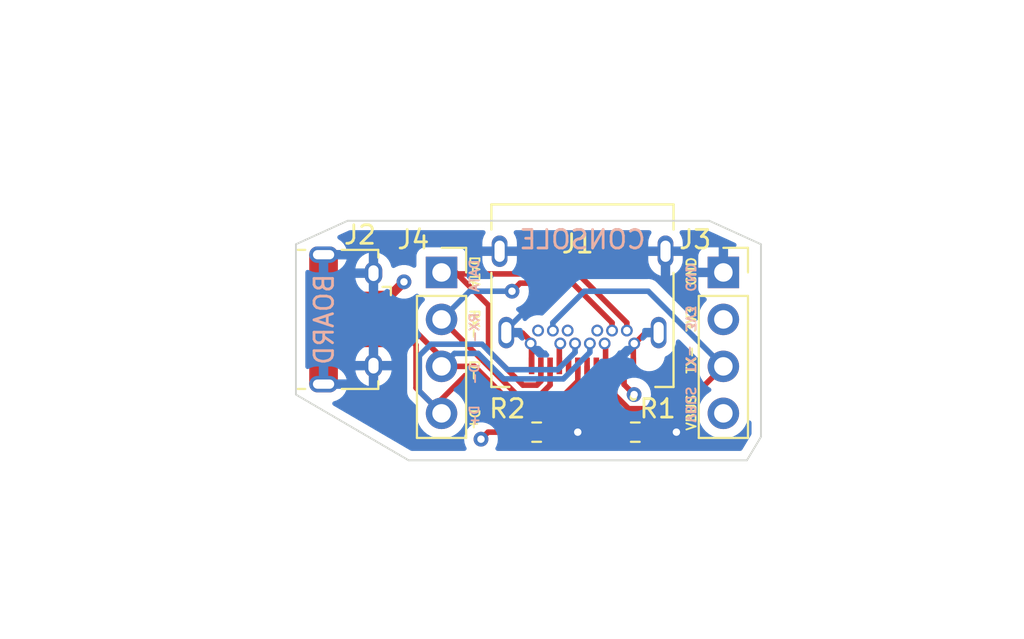
<source format=kicad_pcb>
(kicad_pcb (version 20211014) (generator pcbnew)
  (title_block (title "Dual-Port Model-U") (date "2022-07-25") (rev "1.1"))
  (layers (0 "F.Cu" signal) (1 "In1.Cu" signal) (2 "In2.Cu" signal) (31 "B.Cu" signal) (34 "B.Paste" user) (35 "F.Paste" user) (36 "B.SilkS" user "B.Silkscreen") (37 "F.SilkS" user "F.Silkscreen") (38 "B.Mask" user) (39 "F.Mask" user) (44 "Edge.Cuts" user))
  (net 0 "")
  (net 1 "TX-")
  (net 2 "GND")
  (net 3 "VBUS")
  (net 4 "+3V3")
  (net 5 "Net-(J1-PadA5)")
  (net 6 "D+")
  (net 7 "D-")
  (net 9 "RX-")
  (net 10 "DATA")
  (net 11 "Net-(J1-PadB5)")
  (footprint "Resistor_SMD:R_0603_1608Metric" (layer "F.Cu") (at 162.877 115.316)
    (fp_text reference "R1" (at 1.207 -1.27) (layer "F.SilkS"))
    (fp_text value "5.1k")
    (fp_line (start -0.237258 0.5225) (end 0.237258 0.5225) (layer "F.SilkS") (width 0.12))
    (fp_line (start -0.237258 -0.5225) (end 0.237258 -0.5225) (layer "F.SilkS") (width 0.12))
    (pad "1" smd roundrect locked (at -0.825 0) (size 0.8 0.95) (layers "F.Cu" "F.Paste" "F.Mask") (net 5 "Net-(J1-PadA5)"))
    (pad "2" smd roundrect locked (at 0.825 0) (size 0.8 0.95) (layers "F.Cu" "F.Paste" "F.Mask") (net 2 "GND"))
  )
  (footprint "Connector_USB_C_3_2:HRO_TYPE-C-31-M-04" (layer "F.Cu") (at 160.020245 107.937847 180)
    (fp_text reference "J1" (at 0.254 2.809) (layer "F.SilkS"))
    (fp_text value "TYPE_C_31_M_04")
    (fp_line (start -4.925 4.935) (end -4.925 3.575) (layer "F.SilkS") (width 0.127))
    (fp_line (start -4.925 4.935) (end 4.925 4.935) (layer "F.SilkS") (width 0.127))
    (fp_line (start 4.925 1.235) (end 4.925 -4.935) (layer "F.SilkS") (width 0.127))
    (fp_line (start 4.925 -4.935) (end 3.95 -4.935) (layer "F.SilkS") (width 0.127))
    (fp_line (start -3.94 -4.935) (end -4.925 -4.935) (layer "F.SilkS") (width 0.127))
    (fp_line (start -4.925 1.235) (end -4.925 -4.935) (layer "F.SilkS") (width 0.127))
    (fp_line (start 4.925 4.935) (end 4.925 3.575) (layer "F.SilkS") (width 0.127))
    (fp_circle (center -2.75 -5.495) (end -2.65 -5.495) (layer "F.SilkS") (width 0.2) (fill none))
    (pad "" np_thru_hole circle (at -3.6 -3.235 180) (size 0.675 0.675) (drill 0.675) (layers *.Cu *.Mask))
    (pad "" np_thru_hole circle (at 3.75 -3.235 180) (size 0.675 0.675) (drill 0.675) (layers *.Cu *.Mask))
    (pad "A1" smd rect (at -2.75 -3.795 180) (size 0.3 0.9) (layers "F.Cu" "F.Paste" "F.Mask") (net 2 "GND"))
    (pad "A2" smd rect (at -2.25 -3.795 180) (size 0.3 0.9) (layers "F.Cu" "F.Paste" "F.Mask") (net 4 "+3V3"))
    (pad "A3" smd rect (at -1.75 -3.795 180) (size 0.3 0.9) (layers "F.Cu" "F.Paste" "F.Mask") (net 1 "TX-"))
    (pad "A4" smd rect (at -1.25 -3.795 180) (size 0.3 0.9) (layers "F.Cu" "F.Paste" "F.Mask") (net 3 "VBUS"))
    (pad "A5" smd rect (at -0.75 -3.795 180) (size 0.3 0.9) (layers "F.Cu" "F.Paste" "F.Mask") (net 5 "Net-(J1-PadA5)"))
    (pad "A6" smd rect (at -0.25 -3.795 180) (size 0.3 0.9) (layers "F.Cu" "F.Paste" "F.Mask") (net 6 "D+"))
    (pad "A7" smd rect (at 0.25 -3.795 180) (size 0.3 0.9) (layers "F.Cu" "F.Paste" "F.Mask") (net 7 "D-"))
    (pad "A8" smd rect (at 0.75 -3.795 180) (size 0.3 0.9) (layers "F.Cu" "F.Paste" "F.Mask"))
    (pad "A9" smd rect (at 1.25 -3.795 180) (size 0.3 0.9) (layers "F.Cu" "F.Paste" "F.Mask") (net 3 "VBUS"))
    (pad "A10" smd rect (at 1.75 -3.795 180) (size 0.3 0.9) (layers "F.Cu" "F.Paste" "F.Mask") (net 9 "RX-"))
    (pad "A11" smd rect (at 2.25 -3.795 180) (size 0.3 0.9) (layers "F.Cu" "F.Paste" "F.Mask") (net 10 "DATA"))
    (pad "A12" smd rect (at 2.75 -3.795 180) (size 0.3 0.9) (layers "F.Cu" "F.Paste" "F.Mask") (net 2 "GND"))
    (pad "B1" thru_hole circle (at 2.8 -2.585 180) (size 0.64 0.64) (drill 0.4) (layers *.Cu *.Mask) (net 2 "GND"))
    (pad "B2" thru_hole circle (at 2.4 -1.885 180) (size 0.64 0.64) (drill 0.4) (layers *.Cu *.Mask) (net 4 "+3V3"))
    (pad "B3" thru_hole circle (at 1.6 -1.885 180) (size 0.64 0.64) (drill 0.4) (layers *.Cu *.Mask) (net 1 "TX-"))
    (pad "B4" thru_hole circle (at 1.2 -2.585 180) (size 0.64 0.64) (drill 0.4) (layers *.Cu *.Mask) (net 3 "VBUS"))
    (pad "B5" thru_hole circle (at 0.8 -1.885 180) (size 0.64 0.64) (drill 0.4) (layers *.Cu *.Mask) (net 11 "Net-(J1-PadB5)"))
    (pad "B6" thru_hole circle (at 0.4 -2.585 180) (size 0.64 0.64) (drill 0.4) (layers *.Cu *.Mask) (net 6 "D+"))
    (pad "B7" thru_hole circle (at -0.4 -2.585 180) (size 0.64 0.64) (drill 0.4) (layers *.Cu *.Mask) (net 7 "D-"))
    (pad "B8" thru_hole circle (at -0.8 -1.885 180) (size 0.64 0.64) (drill 0.4) (layers *.Cu *.Mask))
    (pad "B9" thru_hole circle (at -1.2 -2.585 180) (size 0.64 0.64) (drill 0.4) (layers *.Cu *.Mask) (net 3 "VBUS"))
    (pad "B10" thru_hole circle (at -1.6 -1.885 180) (size 0.64 0.64) (drill 0.4) (layers *.Cu *.Mask) (net 9 "RX-"))
    (pad "B11" thru_hole circle (at -2.4 -1.885 180) (size 0.64 0.64) (drill 0.4) (layers *.Cu *.Mask) (net 10 "DATA"))
    (pad "B12" thru_hole circle (at -2.8 -2.585 180) (size 0.64 0.64) (drill 0.4) (layers *.Cu *.Mask) (net 2 "GND"))
    (pad "S1" thru_hole oval (at 4.12 -1.995 180) (size 0.85 1.7) (drill oval 0.55 1.15) (layers *.Cu *.Mask) (net 2 "GND"))
    (pad "S1" thru_hole oval (at -4.12 -1.995 180) (size 0.85 1.7) (drill oval 0.55 1.15) (layers *.Cu *.Mask) (net 2 "GND"))
    (pad "S1" thru_hole oval (at 4.48 2.405 180) (size 0.85 1.7) (drill oval 0.55 1.15) (layers *.Cu *.Mask) (net 2 "GND"))
    (pad "S1" thru_hole oval (at -4.49 2.405 180) (size 0.85 1.7) (drill oval 0.55 1.15) (layers *.Cu *.Mask) (net 2 "GND"))
  )
  (footprint "Connector_USB:USB_Micro-B_Amphenol_10118194_Horizontal" (layer "F.Cu") (at 147.32 109.22 -90)
    (fp_text reference "J2" (at -4.572 -0.67 180) (layer "F.SilkS"))
    (fp_text value "USB_B_Micro")
    (fp_line (start -3.76 -1.66) (end -3.34 -1.66) (layer "F.SilkS") (width 0.12))
    (fp_line (start -1.31 -2.34) (end -1.76 -2.34) (layer "F.SilkS") (width 0.12))
    (fp_line (start 3.76 2.29) (end 3.76 2.69) (layer "F.SilkS") (width 0.12))
    (fp_line (start -1.76 -1.89) (end -1.76 -2.34) (layer "F.SilkS") (width 0.12))
    (fp_line (start -3.76 2.69) (end -3.76 2.29) (layer "F.SilkS") (width 0.12))
    (fp_line (start 3.76 0.32) (end 3.76 -1.66) (layer "F.SilkS") (width 0.12))
    (fp_line (start -3.76 0.32) (end -3.76 -1.66) (layer "F.SilkS") (width 0.12))
    (fp_line (start 3.76 -1.66) (end 3.34 -1.66) (layer "F.SilkS") (width 0.12))
    (pad "1" smd rect locked (at -1.3 -1.4 270) (size 0.4 1.35) (layers "F.Cu" "F.Paste" "F.Mask") (net 3 "VBUS"))
    (pad "2" smd rect locked (at -0.65 -1.4 270) (size 0.4 1.35) (layers "F.Cu" "F.Paste" "F.Mask") (net 7 "D-"))
    (pad "3" smd rect locked (at 0 -1.4 270) (size 0.4 1.35) (layers "F.Cu" "F.Paste" "F.Mask") (net 6 "D+"))
    (pad "4" smd rect locked (at 0.65 -1.4 270) (size 0.4 1.35) (layers "F.Cu" "F.Paste" "F.Mask"))
    (pad "5" smd rect locked (at 1.3 -1.4 270) (size 0.4 1.35) (layers "F.Cu" "F.Paste" "F.Mask") (net 2 "GND"))
    (pad "6" thru_hole oval locked (at -2.5 -1.4 270) (size 1.25 0.95) (drill oval 0.85 0.55) (layers *.Cu *.Mask) (net 2 "GND"))
    (pad "6" smd rect locked (at -1 1.3 270) (size 1.5 1.55) (layers "F.Cu" "F.Paste" "F.Mask") (net 2 "GND"))
    (pad "6" smd rect locked (at 2.9 1.3 270) (size 1.2 1.55) (layers "F.Cu" "F.Paste" "F.Mask") (net 2 "GND"))
    (pad "6" thru_hole oval locked (at 2.5 -1.4 270) (size 1.25 0.95) (drill oval 0.85 0.55) (layers *.Cu *.Mask) (net 2 "GND"))
    (pad "6" thru_hole oval locked (at 3.5 1.3 270) (size 0.89 1.55) (drill oval 0.5 1.15) (layers *.Cu *.Mask) (net 2 "GND"))
    (pad "6" smd rect locked (at -2.9 1.3 270) (size 1.2 1.55) (layers "F.Cu" "F.Paste" "F.Mask") (net 2 "GND"))
    (pad "6" thru_hole oval locked (at -3.5 1.3 270) (size 0.89 1.55) (drill oval 0.5 1.15) (layers *.Cu *.Mask) (net 2 "GND"))
    (pad "6" smd rect locked (at 1 1.3 270) (size 1.5 1.55) (layers "F.Cu" "F.Paste" "F.Mask") (net 2 "GND"))
  )
  (footprint "Connector_PinSocket_2.54mm:PinSocket_1x04_P2.54mm_Vertical" (layer "F.Cu") (at 152.4 106.68)
    (fp_text reference "J4" (at -1.524 -1.778) (layer "F.SilkS"))
    (fp_text value "Conn_01x04")
    (fp_line (start -1.33 1.27) (end 1.33 1.27) (layer "F.SilkS") (width 0.12))
    (fp_line (start -1.33 1.27) (end -1.33 8.95) (layer "F.SilkS") (width 0.12))
    (fp_line (start -1.33 8.95) (end 1.33 8.95) (layer "F.SilkS") (width 0.12))
    (fp_line (start 1.33 1.27) (end 1.33 8.95) (layer "F.SilkS") (width 0.12))
    (fp_line (start 1.33 -1.33) (end 1.33 0) (layer "F.SilkS") (width 0.12))
    (fp_line (start 0 -1.33) (end 1.33 -1.33) (layer "F.SilkS") (width 0.12))
    (pad "1" thru_hole rect locked (at 0 0) (size 1.7 1.7) (drill 1) (layers *.Cu *.Mask) (net 10 "DATA"))
    (pad "2" thru_hole oval locked (at 0 2.54) (size 1.7 1.7) (drill 1) (layers *.Cu *.Mask) (net 9 "RX-"))
    (pad "3" thru_hole oval locked (at 0 5.08) (size 1.7 1.7) (drill 1) (layers *.Cu *.Mask) (net 7 "D-"))
    (pad "4" thru_hole oval locked (at 0 7.62) (size 1.7 1.7) (drill 1) (layers *.Cu *.Mask) (net 6 "D+"))
  )
  (footprint "Connector_PinSocket_2.54mm:PinSocket_1x04_P2.54mm_Vertical" (layer "F.Cu") (at 167.64 106.68)
    (fp_text reference "J3" (at -1.524 -1.778) (layer "F.SilkS"))
    (fp_text value "Conn_01x04")
    (fp_line (start 0 -1.33) (end 1.33 -1.33) (layer "F.SilkS") (width 0.12))
    (fp_line (start -1.33 1.27) (end 1.33 1.27) (layer "F.SilkS") (width 0.12))
    (fp_line (start -1.33 1.27) (end -1.33 8.95) (layer "F.SilkS") (width 0.12))
    (fp_line (start 1.33 -1.33) (end 1.33 0) (layer "F.SilkS") (width 0.12))
    (fp_line (start 1.33 1.27) (end 1.33 8.95) (layer "F.SilkS") (width 0.12))
    (fp_line (start -1.33 8.95) (end 1.33 8.95) (layer "F.SilkS") (width 0.12))
    (pad "1" thru_hole rect locked (at 0 0) (size 1.7 1.7) (drill 1) (layers *.Cu *.Mask) (net 2 "GND"))
    (pad "2" thru_hole oval locked (at 0 2.54) (size 1.7 1.7) (drill 1) (layers *.Cu *.Mask) (net 4 "+3V3"))
    (pad "3" thru_hole oval locked (at 0 5.08) (size 1.7 1.7) (drill 1) (layers *.Cu *.Mask) (net 1 "TX-"))
    (pad "4" thru_hole oval locked (at 0 7.62) (size 1.7 1.7) (drill 1) (layers *.Cu *.Mask) (net 3 "VBUS"))
  )
  (footprint "Resistor_SMD:R_0603_1608Metric" (layer "F.Cu") (at 157.543 115.316 180)
    (fp_text reference "R2" (at 1.587 1.27) (layer "F.SilkS"))
    (fp_text value "5.1k")
    (fp_line (start -0.237258 -0.5225) (end 0.237258 -0.5225) (layer "F.SilkS") (width 0.12))
    (fp_line (start -0.237258 0.5225) (end 0.237258 0.5225) (layer "F.SilkS") (width 0.12))
    (pad "1" smd roundrect locked (at -0.825 0 180) (size 0.8 0.95) (layers "F.Cu" "F.Paste" "F.Mask") (net 2 "GND"))
    (pad "2" smd roundrect locked (at 0.825 0 180) (size 0.8 0.95) (layers "F.Cu" "F.Paste" "F.Mask") (net 11 "Net-(J1-PadB5)"))
  )
  (gr_line (start 150.622 116.84) (end 144.526 113.284) (layer "Edge.Cuts") (width 0.1))
  (gr_line (start 147.32 103.886) (end 144.526 105.156) (layer "Edge.Cuts") (width 0.1))
  (gr_line (start 150.622 116.84) (end 168.91 116.84) (layer "Edge.Cuts") (width 0.1))
  (gr_line (start 166.878 103.886) (end 147.32 103.886) (layer "Edge.Cuts") (width 0.1))
  (gr_line (start 169.672 115.57) (end 169.672 105.156) (layer "Edge.Cuts") (width 0.1))
  (gr_line (start 169.672 115.57) (end 168.91 116.84) (layer "Edge.Cuts") (width 0.1))
  (gr_line (start 166.878 103.886) (end 169.672 105.156) (layer "Edge.Cuts") (width 0.1))
  (gr_line (start 144.526 105.156) (end 144.526 113.284) (layer "Edge.Cuts") (width 0.1))
  (gr_text "CONSOLE" (at 160.02 104.902) (layer "B.SilkS") (effects (font (size 1 1)) (justify mirror)))
  (gr_text "DATA   RX-   D-   D+" (at 154.178 110.49 90) (layer "B.SilkS") (effects (font (size 0.5 0.5) (thickness 0.1)) (justify mirror)))
  (gr_text "VBUS  TX-  3V3  GND" (at 165.862 110.49 270) (layer "B.SilkS") (effects (font (size 0.5 0.5) (thickness 0.1)) (justify mirror)))
  (gr_text "BOARD" (at 146.05 109.22 90) (layer "B.SilkS") (effects (font (size 1 1)) (justify mirror)))
  (gr_text "VBUS   TX-  3V3   GND" (at 165.9128 110.5408 90) (layer "F.SilkS") (effects (font (size 0.5 0.5) (thickness 0.1))))
  (gr_text "DATA   RX-   D-    D+" (at 154.178 110.49 270) (layer "F.SilkS") (effects (font (size 0.5 0.5) (thickness 0.1))))
  (segment (start 165.354 114.046) (end 167.64 111.76) (width 0.3) (layer "F.Cu") (net 1))
  (segment (start 161.77 113.29997) (end 162.51603 114.046) (width 0.3) (layer "F.Cu") (net 1))
  (segment (start 161.77 111.76) (end 161.77 113.29997) (width 0.3) (layer "F.Cu") (net 1))
  (segment (start 162.51603 114.046) (end 165.354 114.046) (width 0.3) (layer "F.Cu") (net 1))
  (segment (start 160.121452 107.696) (end 163.576 107.696) (width 0.3) (layer "B.Cu") (net 1))
  (segment (start 158.42 109.397452) (end 160.121452 107.696) (width 0.3) (layer "B.Cu") (net 1))
  (segment (start 163.576 107.696) (end 167.64 111.76) (width 0.3) (layer "B.Cu") (net 1))
  (segment (start 158.42 109.85) (end 158.42 109.397452) (width 0.3) (layer "B.Cu") (net 1))
  (segment (start 157.27 111.76) (end 157.27 110.6) (width 0.3) (layer "F.Cu") (net 2))
  (segment (start 163.41 109.96) (end 164.14 109.96) (width 0.3) (layer "F.Cu") (net 2))
  (segment (start 162.77 110.6) (end 162.82 110.55) (width 0.3) (layer "F.Cu") (net 2))
  (segment (start 157.27 110.446833) (end 156.783167 109.96) (width 0.3) (layer "F.Cu") (net 2))
  (segment (start 146.02 106.32) (end 146.02 112.12) (width 0.7) (layer "F.Cu") (net 2))
  (segment (start 157.27 111.76) (end 157.27 110.446833) (width 0.3) (layer "F.Cu") (net 2))
  (segment (start 148.72 110.52) (end 148.72 111.72) (width 0.3) (layer "F.Cu") (net 2))
  (segment (start 157.27 110.6) (end 157.22 110.55) (width 0.3) (layer "F.Cu") (net 2))
  (segment (start 159.512 115.316) (end 159.766 115.316) (width 0.3) (layer "F.Cu") (net 2))
  (segment (start 156.783167 109.96) (end 155.9 109.96) (width 0.3) (layer "F.Cu") (net 2))
  (segment (start 158.368 115.316) (end 159.512 115.316) (width 0.3) (layer "F.Cu") (net 2))
  (segment (start 162.77 111.76) (end 162.77 110.6) (width 0.3) (layer "F.Cu") (net 2))
  (segment (start 162.82 110.55) (end 163.41 109.96) (width 0.3) (layer "F.Cu") (net 2))
  (segment (start 163.702 115.316) (end 165.1 115.316) (width 0.3) (layer "F.Cu") (net 2))
  (via (at 165.1 115.316) (size 0.8) (drill 0.4) (layers "F.Cu" "B.Cu") (net 2))
  (via (at 159.766 115.316) (size 0.8) (drill 0.4) (layers "F.Cu" "B.Cu") (net 2))
  (segment (start 155.9 109.96) (end 155.9 109.784) (width 0.3) (layer "B.Cu") (net 2))
  (segment (start 155.9 109.784) (end 156.718 108.966) (width 0.3) (layer "B.Cu") (net 2))
  (segment (start 149.636 107.92) (end 150.368 107.188) (width 0.5) (layer "F.Cu") (net 3))
  (segment (start 158.77 111.76) (end 158.77 110.6) (width 0.3) (layer "F.Cu") (net 3))
  (segment (start 158.77 110.6) (end 158.82 110.55) (width 0.3) (layer "F.Cu") (net 3))
  (segment (start 161.22 110.55) (end 161.27 110.6) (width 0.3) (layer "F.Cu") (net 3))
  (segment (start 161.27 110.6) (end 161.27 111.76) (width 0.3) (layer "F.Cu") (net 3))
  (segment (start 148.72 107.92) (end 149.636 107.92) (width 0.5) (layer "F.Cu") (net 3))
  (via (at 150.368 107.188) (size 0.8) (drill 0.4) (layers "F.Cu" "B.Cu") (net 3))
  (segment (start 162.27 111.76) (end 162.27 112.74) (width 0.3) (layer "F.Cu") (net 4))
  (segment (start 162.27 112.74) (end 162.814 113.284) (width 0.3) (layer "F.Cu") (net 4))
  (via (at 162.814 113.284) (size 0.8) (drill 0.4) (layers "F.Cu" "B.Cu") (net 4))
  (segment (start 160.77 111.76) (end 160.77 114.542) (width 0.3) (layer "F.Cu") (net 5))
  (segment (start 161.544 115.316) (end 162.052 115.316) (width 0.3) (layer "F.Cu") (net 5))
  (segment (start 160.77 114.542) (end 161.544 115.316) (width 0.3) (layer "F.Cu") (net 5))
  (segment (start 152.4 113.538) (end 152.4 114.3) (width 0.3) (layer "F.Cu") (net 6))
  (segment (start 148.72 109.22) (end 149.638572 109.22) (width 0.3) (layer "F.Cu") (net 6))
  (segment (start 155.986129 114.274557) (end 153.971092 112.25952) (width 0.3) (layer "F.Cu") (net 6))
  (segment (start 151.019286 112.919286) (end 152.4 114.3) (width 0.3) (layer "F.Cu") (net 6))
  (segment (start 160.27 111.76) (end 160.27 112.76545) (width 0.3) (layer "F.Cu") (net 6))
  (segment (start 149.638572 109.22) (end 151.019286 110.600714) (width 0.3) (layer "F.Cu") (net 6))
  (segment (start 160.27 112.76545) (end 158.760893 114.274557) (width 0.3) (layer "F.Cu") (net 6))
  (segment (start 153.67848 112.25952) (end 152.4 113.538) (width 0.3) (layer "F.Cu") (net 6))
  (segment (start 151.019286 110.600714) (end 151.019286 112.919286) (width 0.3) (layer "F.Cu") (net 6))
  (segment (start 158.760893 114.274557) (end 155.986129 114.274557) (width 0.3) (layer "F.Cu") (net 6))
  (segment (start 153.971092 112.25952) (end 153.67848 112.25952) (width 0.3) (layer "F.Cu") (net 6))
  (segment (start 159.62 111.002548) (end 158.685527 111.937021) (width 0.3) (layer "B.Cu") (net 6))
  (segment (start 154.588183 110.560489) (end 151.821511 110.560489) (width 0.3) (layer "B.Cu") (net 6))
  (segment (start 155.964715 111.937021) (end 154.588183 110.560489) (width 0.3) (layer "B.Cu") (net 6))
  (segment (start 151.200489 111.181511) (end 151.200489 113.100489) (width 0.3) (layer "B.Cu") (net 6))
  (segment (start 151.200489 113.100489) (end 152.4 114.3) (width 0.3) (layer "B.Cu") (net 6))
  (segment (start 151.821511 110.560489) (end 151.200489 111.181511) (width 0.3) (layer "B.Cu") (net 6))
  (segment (start 158.685527 111.937021) (end 155.964715 111.937021) (width 0.3) (layer "B.Cu") (net 6))
  (segment (start 159.62 110.55) (end 159.62 111.002548) (width 0.3) (layer "B.Cu") (net 6))
  (segment (start 148.72 108.57) (end 149.695 108.57) (width 0.3) (layer "F.Cu") (net 7))
  (segment (start 156.193038 113.775038) (end 154.178 111.76) (width 0.3) (layer "F.Cu") (net 7))
  (segment (start 149.695 108.57) (end 152.4 111.275) (width 0.3) (layer "F.Cu") (net 7))
  (segment (start 158.553984 113.775038) (end 156.193038 113.775038) (width 0.3) (layer "F.Cu") (net 7))
  (segment (start 154.178 111.76) (end 152.4 111.76) (width 0.3) (layer "F.Cu") (net 7))
  (segment (start 159.77 112.559022) (end 158.553984 113.775038) (width 0.3) (layer "F.Cu") (net 7))
  (segment (start 152.4 111.275) (end 152.4 111.76) (width 0.3) (layer "F.Cu") (net 7))
  (segment (start 159.77 111.76) (end 159.77 112.559022) (width 0.3) (layer "F.Cu") (net 7))
  (segment (start 155.757806 112.43654) (end 154.381275 111.060009) (width 0.3) (layer "B.Cu") (net 7))
  (segment (start 153.099991 111.060009) (end 152.4 111.76) (width 0.3) (layer "B.Cu") (net 7))
  (segment (start 160.42 111.002548) (end 158.986008 112.43654) (width 0.3) (layer "B.Cu") (net 7))
  (segment (start 154.381275 111.060009) (end 153.099991 111.060009) (width 0.3) (layer "B.Cu") (net 7))
  (segment (start 160.42 110.55) (end 160.42 111.002548) (width 0.3) (layer "B.Cu") (net 7))
  (segment (start 158.986008 112.43654) (end 155.757806 112.43654) (width 0.3) (layer "B.Cu") (net 7))
  (segment (start 157.759931 113.275519) (end 156.455519 113.275519) (width 0.3) (layer "F.Cu") (net 9))
  (segment (start 161.62 109.397452) (end 159.481588 107.25904) (width 0.3) (layer "F.Cu") (net 9))
  (segment (start 156.455519 113.275519) (end 152.4 109.22) (width 0.3) (layer "F.Cu") (net 9))
  (segment (start 161.62 109.85) (end 161.62 109.397452) (width 0.3) (layer "F.Cu") (net 9))
  (segment (start 156.64696 107.25904) (end 156.21 107.696) (width 0.3) (layer "F.Cu") (net 9))
  (segment (start 158.27 111.76) (end 158.27 112.76545) (width 0.3) (layer "F.Cu") (net 9))
  (segment (start 159.481588 107.25904) (end 156.64696 107.25904) (width 0.3) (layer "F.Cu") (net 9))
  (segment (start 158.27 112.76545) (end 157.759931 113.275519) (width 0.3) (layer "F.Cu") (net 9))
  (via (at 156.21 107.696) (size 0.8) (drill 0.4) (layers "F.Cu" "B.Cu") (net 9))
  (segment (start 156.21 107.696) (end 153.924 107.696) (width 0.3) (layer "B.Cu") (net 9))
  (segment (start 153.924 107.696) (end 152.4 109.22) (width 0.3) (layer "B.Cu") (net 9))
  (segment (start 156.803694 112.776) (end 154.94 110.912306) (width 0.3) (layer "F.Cu") (net 10))
  (segment (start 154.94 108.458) (end 153.162 106.68) (width 0.3) (layer "F.Cu") (net 10))
  (segment (start 159.782068 106.75952) (end 152.47952 106.75952) (width 0.3) (layer "F.Cu") (net 10))
  (segment (start 154.94 110.912306) (end 154.94 108.458) (width 0.3) (layer "F.Cu") (net 10))
  (segment (start 153.162 106.68) (end 152.4 106.68) (width 0.3) (layer "F.Cu") (net 10))
  (segment (start 162.42 109.85) (end 162.42 109.397452) (width 0.3) (layer "F.Cu") (net 10))
  (segment (start 152.47952 106.75952) (end 152.4 106.68) (width 0.3) (layer "F.Cu") (net 10))
  (segment (start 157.553022 112.776) (end 156.803694 112.776) (width 0.3) (layer "F.Cu") (net 10))
  (segment (start 162.42 109.397452) (end 159.782068 106.75952) (width 0.3) (layer "F.Cu") (net 10))
  (segment (start 157.77 112.559022) (end 157.553022 112.776) (width 0.3) (layer "F.Cu") (net 10))
  (segment (start 157.77 111.76) (end 157.77 112.559022) (width 0.3) (layer "F.Cu") (net 10))
  (segment (start 154.5336 115.697) (end 154.9146 115.316) (width 0.3) (layer "F.Cu") (net 11))
  (segment (start 154.9146 115.316) (end 156.718 115.316) (width 0.3) (layer "F.Cu") (net 11))
  (via (at 154.5336 115.697) (size 0.8) (drill 0.4) (layers "F.Cu" "B.Cu") (net 11))
  (zone (net 2) (net_name "GND") (layer "B.Cu") (connect_pads (clearance 0.508)) (min_thickness 0.254) (fill yes (thermal_gap 0.508) (thermal_bridge_width 0.508))
    (polygon (pts (xy 183.896 92.71) (xy 182.372 126.492) (xy 129.286 123.444) (xy 128.524 91.948) (xy 128.778 91.948)))
  )
)
</source>
